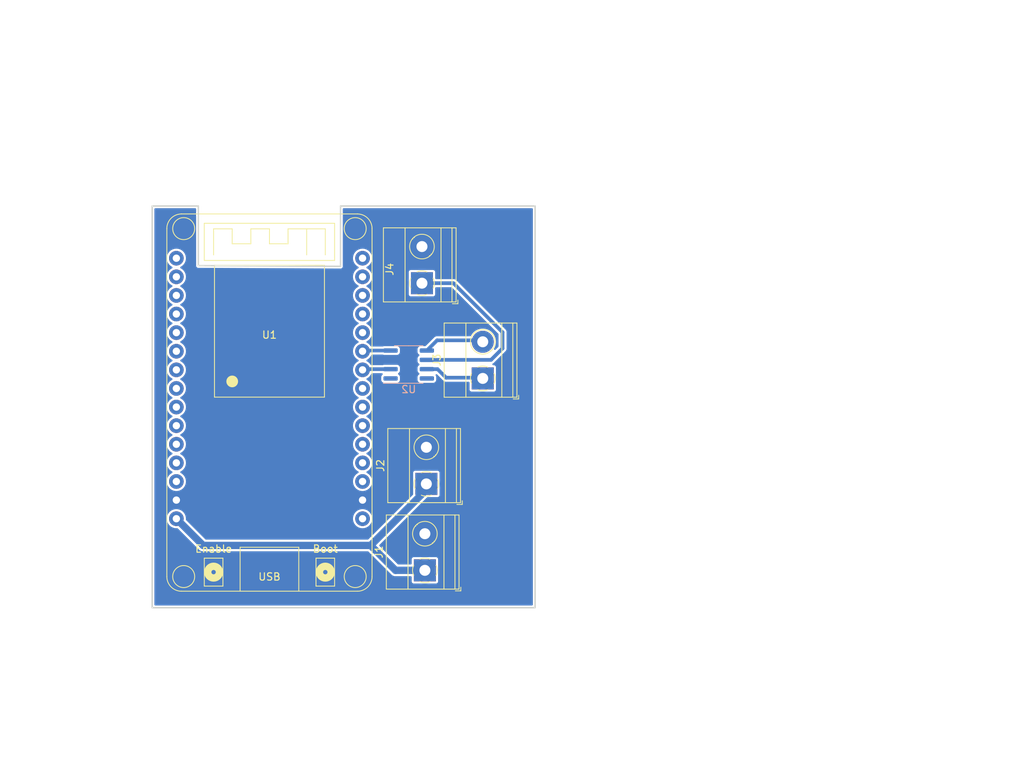
<source format=kicad_pcb>
(kicad_pcb (version 20211014) (generator pcbnew)
  (layers (0 "F.Cu" signal) (31 "B.Cu" signal) (34 "B.Paste" user) (35 "F.Paste" user) (36 "B.SilkS" user "B.Silkscreen") (37 "F.SilkS" user "F.Silkscreen") (38 "B.Mask" user) (39 "F.Mask" user) (44 "Edge.Cuts" user))
  (net 0 "")
  (net 1 "GND")
  (net 2 "+12V")
  (net 3 "Net-(J3-Pad1)")
  (net 4 "Net-(J3-Pad2)")
  (net 31 "+24V")
  (net 32 "/pwm2")
  (net 33 "/pwm1")
  (footprint "librarie:TerminalBlock_Phoenix_MKDS-1,5-2_1x02_P5.00mm_Horizontal" (layer "F.Cu") (at 149.005 76.76 90)
    (fp_text reference "J4" (at 1.9 -4.405 90) (layer "F.SilkS"))
    (fp_text value "from_boost_converter")
    (fp_line (start -2.56 -5.261) (end -2.56 4.66) (layer "F.SilkS") (width 0.12))
    (fp_line (start -2.56 -2.301) (end 7.56 -2.301) (layer "F.SilkS") (width 0.12))
    (fp_line (start -2.56 2.6) (end 7.56 2.6) (layer "F.SilkS") (width 0.12))
    (fp_line (start -2.56 4.66) (end 7.56 4.66) (layer "F.SilkS") (width 0.12))
    (fp_line (start 3.773 1.023) (end 3.726 1.069) (layer "F.SilkS") (width 0.12))
    (fp_line (start 3.966 1.239) (end 3.931 1.274) (layer "F.SilkS") (width 0.12))
    (fp_line (start 7.56 -5.261) (end 7.56 4.66) (layer "F.SilkS") (width 0.12))
    (fp_line (start -2.56 4.1) (end 7.56 4.1) (layer "F.SilkS") (width 0.12))
    (fp_line (start -2.56 -5.261) (end 7.56 -5.261) (layer "F.SilkS") (width 0.12))
    (fp_line (start 6.275 -1.069) (end 6.228 -1.023) (layer "F.SilkS") (width 0.12))
    (fp_line (start -2.8 4.9) (end -2.3 4.9) (layer "F.SilkS") (width 0.12))
    (fp_line (start 6.07 -1.275) (end 6.035 -1.239) (layer "F.SilkS") (width 0.12))
    (fp_line (start -2.8 4.16) (end -2.8 4.9) (layer "F.SilkS") (width 0.12))
    (fp_arc (start 0.028805 1.680253) (mid -0.335551 1.646659) (end -0.684 1.535) (layer "F.SilkS") (width 0.12))
    (fp_arc (start -1.535427 0.683042) (mid -1.680501 -0.000524) (end -1.535 -0.684) (layer "F.SilkS") (width 0.12))
    (fp_arc (start 1.535427 -0.683042) (mid 1.680501 0.000524) (end 1.535 0.684) (layer "F.SilkS") (width 0.12))
    (fp_arc (start -0.683042 -1.535427) (mid 0.000524 -1.680501) (end 0.684 -1.535) (layer "F.SilkS") (width 0.12))
    (fp_arc (start 0.683318 1.534756) (mid 0.349292 1.643288) (end 0 1.68) (layer "F.SilkS") (width 0.12))
    (fp_circle (center 5 0) (end 6.68 0) (layer "F.SilkS") (width 0.12) (fill none))
    (pad "1" thru_hole rect (at 0 0 90) (size 3 3) (drill 1.5) (layers *.Cu *.Mask) (net 31 "+24V"))
    (pad "2" thru_hole circle (at 5 0 90) (size 3 3) (drill 1.5) (layers *.Cu *.Mask) (net 1 "GND"))
  )
  (footprint "esp32_devkit_v1_doit:esp32_devkit_v1_doit" (layer "F.Cu") (at 128.2 73.35)
    (fp_text reference "U1" (at 0 10.47) (layer "F.SilkS"))
    (fp_text value "ESP32_DevKit_V1_DOIT")
    (fp_text user "Enable" (at -7.62 39.68) (layer "F.SilkS"))
    (fp_text user "USB" (at 0 43.49) (layer "F.SilkS"))
    (fp_text user "Boot" (at 7.62 39.68) (layer "F.SilkS"))
    (fp_line (start -2.54 -4.008) (end 0 -4.008) (layer "F.SilkS") (width 0.12))
    (fp_line (start 0 -4.008) (end 0 -1.976) (layer "F.SilkS") (width 0.12))
    (fp_line (start -2.54 -1.976) (end -2.54 -4.008) (layer "F.SilkS") (width 0.12))
    (fp_line (start 7.5 18.96) (end -7.5 18.96) (layer "F.SilkS") (width 0.12))
    (fp_line (start 2.54 -1.976) (end 2.54 -4.008) (layer "F.SilkS") (width 0.12))
    (fp_line (start -6.35 44.76) (end -8.89 44.76) (layer "F.SilkS") (width 0.12))
    (fp_line (start 8.89 -4.77) (end 8.89 0.31) (layer "F.SilkS") (width 0.12))
    (fp_line (start 7.62 -4.008) (end 7.62 -0.452) (layer "F.SilkS") (width 0.12))
    (fp_line (start -5.08 -1.976) (end -2.54 -1.976) (layer "F.SilkS") (width 0.12))
    (fp_line (start 4 39.46) (end 4 45.46) (layer "F.SilkS") (width 0.12))
    (fp_line (start -6.35 40.95) (end -6.35 44.76) (layer "F.SilkS") (width 0.12))
    (fp_line (start 8.89 44.76) (end 6.35 44.76) (layer "F.SilkS") (width 0.12))
    (fp_line (start -8.89 44.76) (end -8.89 40.95) (layer "F.SilkS") (width 0.12))
    (fp_line (start 6.35 44.76) (end 6.35 40.95) (layer "F.SilkS") (width 0.12))
    (fp_line (start 14 43.46) (end 14 -4.04) (layer "F.SilkS") (width 0.12))
    (fp_line (start -5.08 -4.008) (end -5.08 -1.976) (layer "F.SilkS") (width 0.12))
    (fp_line (start -8.89 -4.77) (end 8.89 -4.77) (layer "F.SilkS") (width 0.12))
    (fp_line (start -4 39.46) (end -4 45.46) (layer "F.SilkS") (width 0.12))
    (fp_line (start 0 -1.976) (end 2.54 -1.976) (layer "F.SilkS") (width 0.12))
    (fp_line (start 8.89 40.95) (end 8.89 44.76) (layer "F.SilkS") (width 0.12))
    (fp_line (start 7.5 0.96) (end 7.5 18.96) (layer "F.SilkS") (width 0.12))
    (fp_line (start -12 45.46) (end 12 45.46) (layer "F.SilkS") (width 0.12))
    (fp_line (start 8.89 0.31) (end -8.89 0.31) (layer "F.SilkS") (width 0.12))
    (fp_line (start 6.35 40.95) (end 8.89 40.95) (layer "F.SilkS") (width 0.12))
    (fp_line (start -14 -4.04) (end -14 43.46) (layer "F.SilkS") (width 0.12))
    (fp_line (start -7.5 18.96) (end -7.5 0.96) (layer "F.SilkS") (width 0.12))
    (fp_line (start -7.5 0.96) (end 7.5 0.96) (layer "F.SilkS") (width 0.12))
    (fp_line (start -7.62 -4.008) (end -5.08 -4.008) (layer "F.SilkS") (width 0.12))
    (fp_line (start -8.89 0.31) (end -8.89 -4.77) (layer "F.SilkS") (width 0.12))
    (fp_line (start 5.08 -4.008) (end 5.08 -0.452) (layer "F.SilkS") (width 0.12))
    (fp_line (start -4 39.46) (end 4 39.46) (layer "F.SilkS") (width 0.12))
    (fp_line (start -8.89 40.95) (end -6.35 40.95) (layer "F.SilkS") (width 0.12))
    (fp_line (start -12 -6.04) (end 12 -6.04) (layer "F.SilkS") (width 0.12))
    (fp_line (start 2.54 -4.008) (end 7.62 -4.008) (layer "F.SilkS") (width 0.12))
    (fp_line (start -7.62 -0.452) (end -7.62 -4.008) (layer "F.SilkS") (width 0.12))
    (fp_arc (start 12 -6.04) (mid 13.414214 -5.454214) (end 14 -4.04) (layer "F.SilkS") (width 0.12))
    (fp_arc (start -14 -4.04) (mid -13.414214 -5.454214) (end -12 -6.04) (layer "F.SilkS") (width 0.12))
    (fp_arc (start -12 45.46) (mid -13.414214 44.874214) (end -14 43.46) (layer "F.SilkS") (width 0.12))
    (fp_arc (start 14 43.46) (mid 13.414214 44.874214) (end 12 45.46) (layer "F.SilkS") (width 0.12))
    (fp_circle (center -7.62 42.855) (end -7.32 42.855) (layer "F.SilkS") (width 1) (fill none))
    (fp_circle (center 7.62 42.855) (end 7.92 42.855) (layer "F.SilkS") (width 1) (fill none))
    (fp_circle (center 11.7 43.46) (end 13.2 43.46) (layer "F.SilkS") (width 0.12) (fill none))
    (fp_circle (center -11.7 43.46) (end -10.2 43.46) (layer "F.SilkS") (width 0.12) (fill none))
    (fp_circle (center 11.7 -4.04) (end 13.2 -4.04) (layer "F.SilkS") (width 0.12) (fill none))
    (fp_circle (center -11.7 -4.04) (end -10.2 -4.04) (layer "F.SilkS") (width 0.12) (fill none))
    (fp_circle (center -5.08 16.82) (end -4.68 16.82) (layer "F.SilkS") (width 0.8) (fill none))
    (pad "1" thru_hole circle (at -12.7 0) (size 2 2) (drill 1) (layers *.Cu *.Mask))
    (pad "2" thru_hole circle (at -12.7 2.54) (size 2 2) (drill 1) (layers *.Cu *.Mask))
    (pad "3" thru_hole circle (at -12.7 5.08) (size 2 2) (drill 1) (layers *.Cu *.Mask))
    (pad "4" thru_hole circle (at -12.7 7.62) (size 2 2) (drill 1) (layers *.Cu *.Mask))
    (pad "5" thru_hole circle (at -12.7 10.16) (size 2 2) (drill 1) (layers *.Cu *.Mask))
    (pad "6" thru_hole circle (at -12.7 12.7) (size 2 2) (drill 1) (layers *.Cu *.Mask))
    (pad "7" thru_hole circle (at -12.7 15.24) (size 2 2) (drill 1) (layers *.Cu *.Mask))
    (pad "8" thru_hole circle (at -12.7 17.78) (size 2 2) (drill 1) (layers *.Cu *.Mask))
    (pad "9" thru_hole circle (at -12.7 20.32) (size 2 2) (drill 1) (layers *.Cu *.Mask))
    (pad "10" thru_hole circle (at -12.7 22.86) (size 2 2) (drill 1) (layers *.Cu *.Mask))
    (pad "11" thru_hole circle (at -12.7 25.4) (size 2 2) (drill 1) (layers *.Cu *.Mask))
    (pad "12" thru_hole circle (at -12.7 27.94) (size 2 2) (drill 1) (layers *.Cu *.Mask))
    (pad "13" thru_hole circle (at -12.7 30.48) (size 2 2) (drill 1) (layers *.Cu *.Mask))
    (pad "14" thru_hole circle (at -12.7 33.02) (size 2 2) (drill 1) (layers *.Cu *.Mask) (net 1 "GND"))
    (pad "15" thru_hole circle (at -12.7 35.56) (size 2 2) (drill 1) (layers *.Cu *.Mask) (net 2 "+12V"))
    (pad "16" thru_hole circle (at 12.7 35.56) (size 2 2) (drill 1) (layers *.Cu *.Mask))
    (pad "17" thru_hole circle (at 12.7 33.02) (size 2 2) (drill 1) (layers *.Cu *.Mask) (net 1 "GND"))
    (pad "18" thru_hole circle (at 12.7 30.48) (size 2 2) (drill 1) (layers *.Cu *.Mask))
    (pad "19" thru_hole circle (at 12.7 27.94) (size 2 2) (drill 1) (layers *.Cu *.Mask))
    (pad "20" thru_hole circle (at 12.7 25.4) (size 2 2) (drill 1) (layers *.Cu *.Mask))
    (pad "21" thru_hole circle (at 12.7 22.86) (size 2 2) (drill 1) (layers *.Cu *.Mask))
    (pad "22" thru_hole circle (at 12.7 20.32) (size 2 2) (drill 1) (layers *.Cu *.Mask))
    (pad "23" thru_hole circle (at 12.7 17.78) (size 2 2) (drill 1) (layers *.Cu *.Mask))
    (pad "24" thru_hole circle (at 12.7 15.24) (size 2 2) (drill 1) (layers *.Cu *.Mask) (net 33 "/pwm1"))
    (pad "25" thru_hole circle (at 12.7 12.7) (size 2 2) (drill 1) (layers *.Cu *.Mask) (net 32 "/pwm2"))
    (pad "26" thru_hole circle (at 12.7 10.16) (size 2 2) (drill 1) (layers *.Cu *.Mask))
    (pad "27" thru_hole circle (at 12.7 7.62) (size 2 2) (drill 1) (layers *.Cu *.Mask))
    (pad "28" thru_hole circle (at 12.7 5.08) (size 2 2) (drill 1) (layers *.Cu *.Mask))
    (pad "29" thru_hole circle (at 12.7 2.54) (size 2 2) (drill 1) (layers *.Cu *.Mask))
    (pad "30" thru_hole circle (at 12.7 0) (size 2 2) (drill 1) (layers *.Cu *.Mask))
  )
  (footprint "librarie:TerminalBlock_Phoenix_MKDS-1,5-2_1x02_P5.00mm_Horizontal" (layer "F.Cu") (at 149.405 115.96 90)
    (fp_text reference "J1" (at 2.5 -6.26 90) (layer "F.SilkS"))
    (fp_text value "power supply")
    (fp_line (start 3.773 1.023) (end 3.726 1.069) (layer "F.SilkS") (width 0.12))
    (fp_line (start -2.56 -5.261) (end -2.56 4.66) (layer "F.SilkS") (width 0.12))
    (fp_line (start -2.56 2.6) (end 7.56 2.6) (layer "F.SilkS") (width 0.12))
    (fp_line (start -2.8 4.16) (end -2.8 4.9) (layer "F.SilkS") (width 0.12))
    (fp_line (start 7.56 -5.261) (end 7.56 4.66) (layer "F.SilkS") (width 0.12))
    (fp_line (start -2.56 -2.301) (end 7.56 -2.301) (layer "F.SilkS") (width 0.12))
    (fp_line (start 6.275 -1.069) (end 6.228 -1.023) (layer "F.SilkS") (width 0.12))
    (fp_line (start -2.8 4.9) (end -2.3 4.9) (layer "F.SilkS") (width 0.12))
    (fp_line (start -2.56 -5.261) (end 7.56 -5.261) (layer "F.SilkS") (width 0.12))
    (fp_line (start -2.56 4.66) (end 7.56 4.66) (layer "F.SilkS") (width 0.12))
    (fp_line (start -2.56 4.1) (end 7.56 4.1) (layer "F.SilkS") (width 0.12))
    (fp_line (start 6.07 -1.275) (end 6.035 -1.239) (layer "F.SilkS") (width 0.12))
    (fp_line (start 3.966 1.239) (end 3.931 1.274) (layer "F.SilkS") (width 0.12))
    (fp_arc (start 0.683318 1.534756) (mid 0.349292 1.643288) (end 0 1.68) (layer "F.SilkS") (width 0.12))
    (fp_arc (start -0.683042 -1.535427) (mid 0.000524 -1.680501) (end 0.684 -1.535) (layer "F.SilkS") (width 0.12))
    (fp_arc (start 0.028805 1.680253) (mid -0.335551 1.646659) (end -0.684 1.535) (layer "F.SilkS") (width 0.12))
    (fp_arc (start 1.535427 -0.683042) (mid 1.680501 0.000524) (end 1.535 0.684) (layer "F.SilkS") (width 0.12))
    (fp_arc (start -1.535427 0.683042) (mid -1.680501 -0.000524) (end -1.535 -0.684) (layer "F.SilkS") (width 0.12))
    (fp_circle (center 5 0) (end 6.68 0) (layer "F.SilkS") (width 0.12) (fill none))
    (pad "1" thru_hole rect (at 0 0 90) (size 3 3) (drill 1.5) (layers *.Cu *.Mask) (net 2 "+12V"))
    (pad "2" thru_hole circle (at 5 0 90) (size 3 3) (drill 1.5) (layers *.Cu *.Mask) (net 1 "GND"))
  )
  (footprint "librarie:TerminalBlock_Phoenix_MKDS-1,5-2_1x02_P5.00mm_Horizontal" (layer "F.Cu") (at 157.3 89.76 90)
    (fp_text reference "J3" (at 2.5 -6.26 90) (layer "F.SilkS"))
    (fp_text value "To_Array")
    (fp_line (start 7.56 -5.261) (end 7.56 4.66) (layer "F.SilkS") (width 0.12))
    (fp_line (start -2.56 -5.261) (end -2.56 4.66) (layer "F.SilkS") (width 0.12))
    (fp_line (start -2.56 4.1) (end 7.56 4.1) (layer "F.SilkS") (width 0.12))
    (fp_line (start -2.56 -5.261) (end 7.56 -5.261) (layer "F.SilkS") (width 0.12))
    (fp_line (start -2.56 2.6) (end 7.56 2.6) (layer "F.SilkS") (width 0.12))
    (fp_line (start 3.966 1.239) (end 3.931 1.274) (layer "F.SilkS") (width 0.12))
    (fp_line (start -2.56 4.66) (end 7.56 4.66) (layer "F.SilkS") (width 0.12))
    (fp_line (start -2.56 -2.301) (end 7.56 -2.301) (layer "F.SilkS") (width 0.12))
    (fp_line (start 6.07 -1.275) (end 6.035 -1.239) (layer "F.SilkS") (width 0.12))
    (fp_line (start 6.275 -1.069) (end 6.228 -1.023) (layer "F.SilkS") (width 0.12))
    (fp_line (start 3.773 1.023) (end 3.726 1.069) (layer "F.SilkS") (width 0.12))
    (fp_line (start -2.8 4.9) (end -2.3 4.9) (layer "F.SilkS") (width 0.12))
    (fp_line (start -2.8 4.16) (end -2.8 4.9) (layer "F.SilkS") (width 0.12))
    (fp_arc (start 0.683318 1.534756) (mid 0.349292 1.643288) (end 0 1.68) (layer "F.SilkS") (width 0.12))
    (fp_arc (start 1.535427 -0.683042) (mid 1.680501 0.000524) (end 1.535 0.684) (layer "F.SilkS") (width 0.12))
    (fp_arc (start -1.535427 0.683042) (mid -1.680501 -0.000524) (end -1.535 -0.684) (layer "F.SilkS") (width 0.12))
    (fp_arc (start -0.683042 -1.535427) (mid 0.000524 -1.680501) (end 0.684 -1.535) (layer "F.SilkS") (width 0.12))
    (fp_arc (start 0.028805 1.680253) (mid -0.335551 1.646659) (end -0.684 1.535) (layer "F.SilkS") (width 0.12))
    (fp_circle (center 5 0) (end 6.68 0) (layer "F.SilkS") (width 0.12) (fill none))
    (pad "1" thru_hole rect (at 0 0 90) (size 3 3) (drill 1.5) (layers *.Cu *.Mask) (net 3 "Net-(J3-Pad1)"))
    (pad "2" thru_hole circle (at 5 0 90) (size 3 3) (drill 1.5) (layers *.Cu *.Mask) (net 4 "Net-(J3-Pad2)"))
  )
  (footprint "librarie:TerminalBlock_Phoenix_MKDS-1,5-2_1x02_P5.00mm_Horizontal" (layer "F.Cu") (at 149.605 104.16 90)
    (fp_text reference "J2" (at 2.5 -6.26 90) (layer "F.SilkS"))
    (fp_text value "to_boost_converter")
    (fp_line (start 7.56 -5.261) (end 7.56 4.66) (layer "F.SilkS") (width 0.12))
    (fp_line (start 6.275 -1.069) (end 6.228 -1.023) (layer "F.SilkS") (width 0.12))
    (fp_line (start 6.07 -1.275) (end 6.035 -1.239) (layer "F.SilkS") (width 0.12))
    (fp_line (start -2.56 -5.261) (end -2.56 4.66) (layer "F.SilkS") (width 0.12))
    (fp_line (start -2.56 4.1) (end 7.56 4.1) (layer "F.SilkS") (width 0.12))
    (fp_line (start -2.8 4.9) (end -2.3 4.9) (layer "F.SilkS") (width 0.12))
    (fp_line (start 3.773 1.023) (end 3.726 1.069) (layer "F.SilkS") (width 0.12))
    (fp_line (start 3.966 1.239) (end 3.931 1.274) (layer "F.SilkS") (width 0.12))
    (fp_line (start -2.8 4.16) (end -2.8 4.9) (layer "F.SilkS") (width 0.12))
    (fp_line (start -2.56 -2.301) (end 7.56 -2.301) (layer "F.SilkS") (width 0.12))
    (fp_line (start -2.56 2.6) (end 7.56 2.6) (layer "F.SilkS") (width 0.12))
    (fp_line (start -2.56 4.66) (end 7.56 4.66) (layer "F.SilkS") (width 0.12))
    (fp_line (start -2.56 -5.261) (end 7.56 -5.261) (layer "F.SilkS") (width 0.12))
    (fp_arc (start 0.028805 1.680253) (mid -0.335551 1.646659) (end -0.684 1.535) (layer "F.SilkS") (width 0.12))
    (fp_arc (start 0.683318 1.534756) (mid 0.349292 1.643288) (end 0 1.68) (layer "F.SilkS") (width 0.12))
    (fp_arc (start -1.535427 0.683042) (mid -1.680501 -0.000524) (end -1.535 -0.684) (layer "F.SilkS") (width 0.12))
    (fp_arc (start -0.683042 -1.535427) (mid 0.000524 -1.680501) (end 0.684 -1.535) (layer "F.SilkS") (width 0.12))
    (fp_arc (start 1.535427 -0.683042) (mid 1.680501 0.000524) (end 1.535 0.684) (layer "F.SilkS") (width 0.12))
    (fp_circle (center 5 0) (end 6.68 0) (layer "F.SilkS") (width 0.12) (fill none))
    (pad "1" thru_hole rect (at 0 0 90) (size 3 3) (drill 1.5) (layers *.Cu *.Mask) (net 2 "+12V"))
    (pad "2" thru_hole circle (at 5 0 90) (size 3 3) (drill 1.5) (layers *.Cu *.Mask) (net 1 "GND"))
  )
  (footprint "librarie:Fet_driver_SOIC-8-1EP_3.9x4.9mm_P1.27mm_EP2.29x3mm" (layer "B.Cu") (at 147.2 87.86)
    (fp_text reference "U2" (at 0 3.4) (layer "B.SilkS") (effects (justify mirror)))
    (fp_text value "MIC4427")
    (fp_line (start 0 -2.56) (end 1.95 -2.56) (layer "B.SilkS") (width 0.12))
    (fp_line (start 0 -2.56) (end -1.95 -2.56) (layer "B.SilkS") (width 0.12))
    (fp_line (start 0 2.56) (end 1.95 2.56) (layer "B.SilkS") (width 0.12))
    (fp_line (start 0 2.56) (end -3.45 2.56) (layer "B.SilkS") (width 0.12))
    (pad "1" smd roundrect (at -2.475 1.905) (size 1.95 0.6) (layers "B.Cu" "B.Paste" "B.Mask"))
    (pad "2" smd roundrect (at -2.475 0.635) (size 1.95 0.6) (layers "B.Cu" "B.Paste" "B.Mask") (net 33 "/pwm1"))
    (pad "3" smd rect (at 0 0) (size 2.29 3) (layers "B.Cu" "B.Mask") (net 1 "GND"))
    (pad "3" smd roundrect (at -2.475 -0.635) (size 1.95 0.6) (layers "B.Cu" "B.Paste" "B.Mask") (net 1 "GND"))
    (pad "4" smd roundrect (at -2.475 -1.905) (size 1.95 0.6) (layers "B.Cu" "B.Paste" "B.Mask") (net 32 "/pwm2"))
    (pad "5" smd roundrect (at 2.475 -1.905) (size 1.95 0.6) (layers "B.Cu" "B.Paste" "B.Mask") (net 4 "Net-(J3-Pad2)"))
    (pad "6" smd roundrect (at 2.475 -0.635) (size 1.95 0.6) (layers "B.Cu" "B.Paste" "B.Mask") (net 31 "+24V"))
    (pad "7" smd roundrect (at 2.475 0.635) (size 1.95 0.6) (layers "B.Cu" "B.Paste" "B.Mask") (net 3 "Net-(J3-Pad1)"))
    (pad "8" smd roundrect (at 2.475 1.905) (size 1.95 0.6) (layers "B.Cu" "B.Paste" "B.Mask"))
  )
  (gr_poly (pts (xy 112.2 66.22) (xy 118.5 66.22) (xy 118.5 74.36) (xy 137.9 74.46) (xy 137.9 66.22) (xy 164.44 66.22) (xy 164.44 121.06) (xy 112.2 121.06)) (layer "Edge.Cuts") (width 0.2) (fill none))
  (segment (start 149.605 104.16) (end 149.605 104.955) (width 1) (layer "B.Cu") (net 2))
  (segment (start 149.605 104.955) (end 142 112.56) (width 1) (layer "B.Cu") (net 2))
  (segment (start 149.405 115.96) (end 145.4 115.96) (width 1) (layer "B.Cu") (net 2))
  (segment (start 145.4 115.96) (end 142 112.56) (width 1) (layer "B.Cu") (net 2))
  (segment (start 142 112.56) (end 119.15 112.56) (width 1) (layer "B.Cu") (net 2))
  (segment (start 119.15 112.56) (end 115.5 108.91) (width 1) (layer "B.Cu") (net 2))
  (segment (start 157.2 89.66) (end 152.3 89.66) (width 0.5) (layer "B.Cu") (net 3))
  (segment (start 157.3 89.76) (end 157.2 89.66) (width 0.5) (layer "B.Cu") (net 3))
  (segment (start 152.3 89.66) (end 151.135 88.495) (width 0.5) (layer "B.Cu") (net 3))
  (segment (start 151.135 88.495) (end 149.675 88.495) (width 0.5) (layer "B.Cu") (net 3))
  (segment (start 157.1 84.56) (end 151.07 84.56) (width 0.5) (layer "B.Cu") (net 4))
  (segment (start 157.3 84.76) (end 157.1 84.56) (width 0.5) (layer "B.Cu") (net 4))
  (segment (start 151.07 84.56) (end 149.675 85.955) (width 0.5) (layer "B.Cu") (net 4))
  (segment (start 153.3 76.76) (end 160 83.46) (width 0.5) (layer "B.Cu") (net 31))
  (segment (start 149.005 76.76) (end 153.3 76.76) (width 0.5) (layer "B.Cu") (net 31))
  (segment (start 160 85.66) (end 158.435 87.225) (width 0.5) (layer "B.Cu") (net 31))
  (segment (start 160 83.46) (end 160 85.66) (width 0.5) (layer "B.Cu") (net 31))
  (segment (start 158.435 87.225) (end 149.675 87.225) (width 0.5) (layer "B.Cu") (net 31))
  (segment (start 140.995 85.955) (end 140.9 86.05) (width 0.5) (layer "B.Cu") (net 32))
  (segment (start 144.725 85.955) (end 140.995 85.955) (width 0.5) (layer "B.Cu") (net 32))
  (segment (start 140.995 88.495) (end 140.9 88.59) (width 0.5) (layer "B.Cu") (net 33))
  (segment (start 144.725 88.495) (end 140.995 88.495) (width 0.5) (layer "B.Cu") (net 33))
  (zone (net 1) (net_name "GND") (layer "B.Cu") (connect_pads yes (clearance 0.3)) (min_thickness 0.254) (fill yes (thermal_gap 0.1) (thermal_bridge_width 0.8))
    (polygon (pts (xy 231.14 142.24) (xy 91.44 142.24) (xy 91.44 38.1) (xy 231.14 38.1)))
  )
)
</source>
